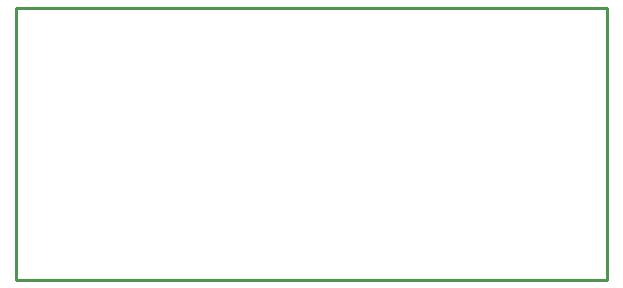
<source format=gbr>
%TF.GenerationSoftware,KiCad,Pcbnew,7.0.9-7.0.9~ubuntu22.04.1*%
%TF.CreationDate,2025-02-28T15:02:42+02:00*%
%TF.ProjectId,UEXT-3TO5V_Rev_A,55455854-2d33-4544-9f35-565f5265765f,A*%
%TF.SameCoordinates,PX68e7780PY76bb820*%
%TF.FileFunction,Profile,NP*%
%FSLAX46Y46*%
G04 Gerber Fmt 4.6, Leading zero omitted, Abs format (unit mm)*
G04 Created by KiCad (PCBNEW 7.0.9-7.0.9~ubuntu22.04.1) date 2025-02-28 15:02:42*
%MOMM*%
%LPD*%
G01*
G04 APERTURE LIST*
%TA.AperFunction,Profile*%
%ADD10C,0.254000*%
%TD*%
G04 APERTURE END LIST*
D10*
X0Y23000000D02*
X50000000Y23000000D01*
X50000000Y0D01*
X0Y0D01*
X0Y23000000D01*
M02*

</source>
